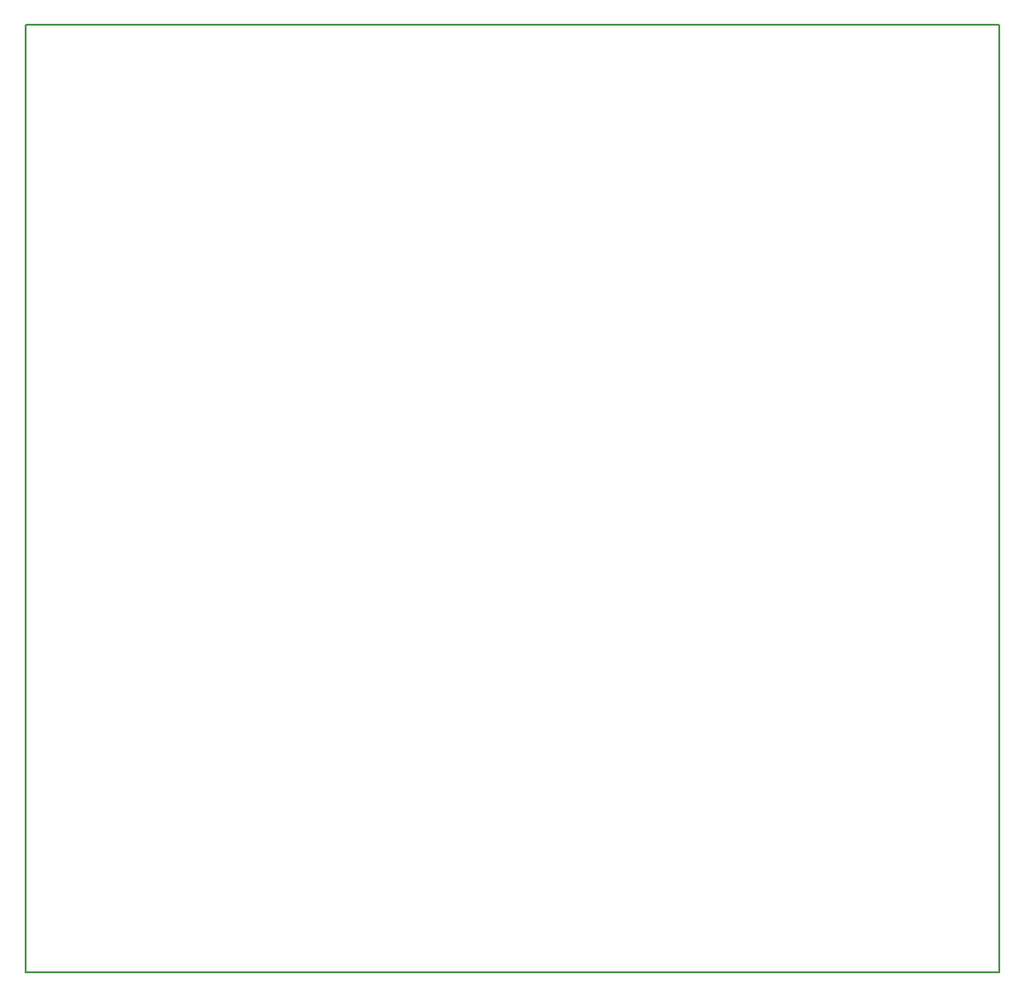
<source format=gbr>
%TF.GenerationSoftware,KiCad,Pcbnew,(6.0.2)*%
%TF.CreationDate,2023-01-13T18:58:57-08:00*%
%TF.ProjectId,ProvesXEPS,50726f76-6573-4584-9550-532e6b696361,rev?*%
%TF.SameCoordinates,Original*%
%TF.FileFunction,Profile,NP*%
%FSLAX46Y46*%
G04 Gerber Fmt 4.6, Leading zero omitted, Abs format (unit mm)*
G04 Created by KiCad (PCBNEW (6.0.2)) date 2023-01-13 18:58:57*
%MOMM*%
%LPD*%
G01*
G04 APERTURE LIST*
%TA.AperFunction,Profile*%
%ADD10C,0.200000*%
%TD*%
G04 APERTURE END LIST*
D10*
X105578854Y-65624589D02*
X105578854Y-153224590D01*
X195578853Y-65624591D02*
X195578852Y-153224592D01*
X195578853Y-65624591D02*
X105578854Y-65624589D01*
X195578852Y-153224592D02*
X105578854Y-153224590D01*
M02*

</source>
